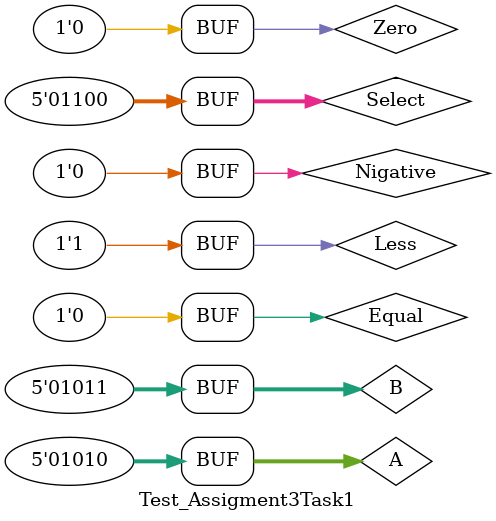
<source format=sv>
module Test_Assigment3Task1;

 logic [4:0] A,B;
 logic [4:0] Select;
 logic [7:0] Result;
 logic Carry;
 logic Ovarflow;
 logic Nigative;
 logic Less;
 logic Equal;
 logic Zero;

 int i;
 
 AluAssignment3Task1 test(
            A,B,                
            Select,
            Result,
            Carry,
				Ovarflow,
				Nigative,
				Less,
				Equal,
				Zero
     );
	  
	  

initial begin

A = 4'd10;
B = 4'd11;
Select = 4'd0;
#50;


Select = 4'd1;
#50;


Select = 4'd2;
#50;


Select = 4'd3;
#50;


Select = 4'd4;
#50;


Select = 4'd5;
#50;


Select = 4'd6;
#50;


Select = 4'd7;
#50;

Select = 4'b1000;
#50;


Select = 4'd9;
#50;

Select = 4'd10;
#50;


Select = 4'd11;
#50;


Select = 4'd12;
#50;

//for (i=0;i<=12;i=i+1)
//	begin
//	 Select += i;
//	 #50;
//	end

//      A = 4'd2;
//      B = 4'd2;

end

always@(*) begin
		
		 if(Carry==1)
			    Ovarflow = 1;
		 else
				 Ovarflow = 0; 
		 
		 if( (A+B) == 0)
				 Zero = 1;
		 else
				 Zero = 0;
		 
		 if(A==B)
				 Equal = 1;
		 else
				 Equal = 0;
		 
		 
		 if((A<B)==1)
				 Less = 1;
		 else
				 Less = 0;
		 
		 
		 if(A<0)
				 Nigative = 1;
		 else
				 Nigative = 0;
				
		end
	 
		
endmodule

</source>
